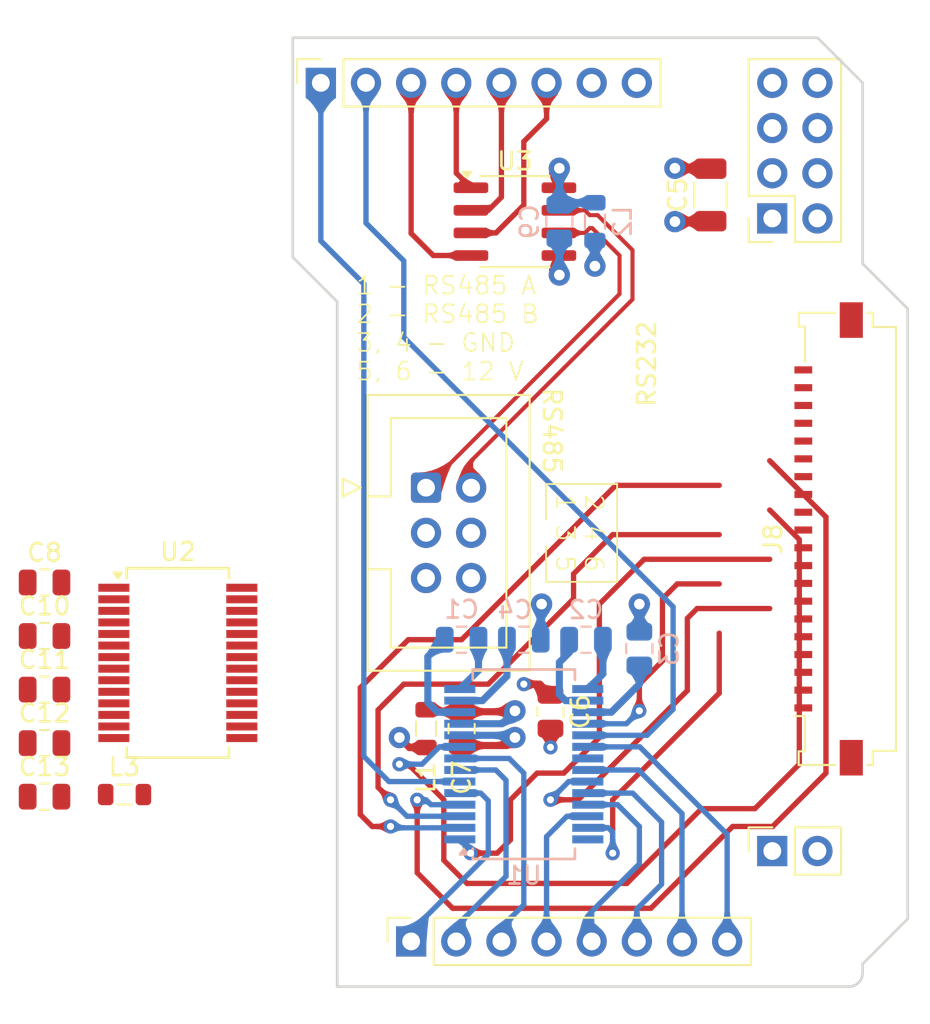
<source format=kicad_pcb>
(kicad_pcb (version 20240108) (generator "pcbnew") (generator_version "8.0")
  (title_block (date "mar. 31 mars 2015"))
  (layers (0 "F.Cu" signal) (1 "In1.Cu" power) (2 "In2.Cu" power) (31 "B.Cu" signal) (34 "B.Paste" user) (35 "F.Paste" user) (36 "B.SilkS" user "B.Silkscreen") (37 "F.SilkS" user "F.Silkscreen") (38 "B.Mask" user) (39 "F.Mask" user) (44 "Edge.Cuts" user))
  (net 0 "")
  (net 1 "GND")
  (net 2 "/26")
  (net 3 "/27")
  (net 4 "/24")
  (net 5 "/25")
  (net 6 "/22")
  (net 7 "/23")
  (net 8 "+5V")
  (net 9 "/A8")
  (net 10 "/A9")
  (net 11 "/A10")
  (net 12 "/A11")
  (net 13 "/A12")
  (net 14 "/A13")
  (net 15 "/A14")
  (net 16 "/A15")
  (net 17 "/TX3{slash}14")
  (net 18 "/RX3{slash}15")
  (net 19 "/TX2{slash}16")
  (net 20 "/RX2{slash}17")
  (net 21 "/TX1{slash}18")
  (net 22 "/RX1{slash}19")
  (net 23 "/SDA{slash}20")
  (net 24 "/SCL{slash}21")
  (net 25 "/RS232 Interface/C1-")
  (net 26 "/RS232 Interface/C1+")
  (net 27 "/RS232 Interface/V-")
  (net 28 "/RS232 Interface/C2+")
  (net 29 "/RS232 Interface/C2-")
  (net 30 "/RS232 Interface/V+")
  (net 31 "/RS232 Interface1/C1-")
  (net 32 "/RS232 Interface1/C1+")
  (net 33 "/RS232 Interface1/V-")
  (net 34 "/RS232 Interface1/C2-")
  (net 35 "/RS232 Interface1/C2+")
  (net 37 "/RS232 Interface1/V+")
  (net 38 "/RS232 Interface/DSR_LINE")
  (net 39 "/RS232 Interface/CTS_LINE")
  (net 40 "/RS485_N")
  (net 41 "/RS485_P")
  (net 42 "+5VD")
  (net 64 "unconnected-(J8-Pin_13-Pad13)")
  (net 66 "/RS232 Interface/RTS")
  (net 67 "/RS232 Interface/CTS")
  (net 68 "/RS232 Interface/DCD")
  (net 69 "/RS232 Interface/RI")
  (net 70 "/RS232 Interface/RTS_LINE")
  (net 71 "/RS232 Interface/TX")
  (net 72 "/RS232 Interface/DSR")
  (net 73 "/RS232 Interface/EN")
  (net 74 "/RS232 Interface/RX_LINE")
  (net 75 "/RS232 Interface/DTR_LINE")
  (net 76 "/RS232 Interface/DTR")
  (net 77 "/RS232 Interface/~{SHDN}")
  (net 78 "/RS232 Interface/DCD_LINE")
  (net 79 "/RS232 Interface/TX_LINE")
  (net 80 "/RS232 Interface/RX")
  (net 81 "/RS232 Interface/RI_LINE")
  (net 82 "/RS232 Interface1/EN")
  (net 83 "/RS232 Interface1/CTS_LINE")
  (net 84 "/RS232 Interface1/RX")
  (net 85 "/RS232 Interface1/~{SHDN}")
  (net 86 "/RS232 Interface1/TX_LINE")
  (net 87 "/RS232 Interface1/TX")
  (net 88 "/RS232 Interface1/DCD_LINE")
  (net 90 "/RS232 Interface1/RTS")
  (net 91 "/RS232 Interface1/DSR_LINE")
  (net 92 "/RS232 Interface1/CTS")
  (net 93 "/RS232 Interface1/DTR_LINE")
  (net 94 "/RS232 Interface1/RI_LINE")
  (net 95 "/RS232 Interface1/RTS_LINE")
  (net 97 "/RS232 Interface1/DSR")
  (net 98 "/RS232 Interface1/DTR")
  (net 99 "/RS232 Interface1/RI")
  (net 100 "/RS232 Interface1/RX_LINE")
  (net 101 "/RS232 Interface1/DCD")
  (footprint "Connector_PinSocket_2.54mm:PinSocket_1x08_P2.54mm_Vertical" (layer "F.Cu") (at 173.66 97.46 90)
    (property "Reference" "J5" (hide yes))
    (property "Value" "Analog")
    (pad "1" thru_hole rect (at 0 0 90) (size 1.7 1.7) (drill 1) (layers "*.Cu" "*.Mask") (net 9 "/A8"))
    (pad "2" thru_hole oval (at 0 2.54 90) (size 1.7 1.7) (drill 1) (layers "*.Cu" "*.Mask") (net 10 "/A9"))
    (pad "3" thru_hole oval (at 0 5.08 90) (size 1.7 1.7) (drill 1) (layers "*.Cu" "*.Mask") (net 11 "/A10"))
    (pad "4" thru_hole oval (at 0 7.62 90) (size 1.7 1.7) (drill 1) (layers "*.Cu" "*.Mask") (net 12 "/A11"))
    (pad "5" thru_hole oval (at 0 10.16 90) (size 1.7 1.7) (drill 1) (layers "*.Cu" "*.Mask") (net 13 "/A12"))
    (pad "6" thru_hole oval (at 0 12.7 90) (size 1.7 1.7) (drill 1) (layers "*.Cu" "*.Mask") (net 14 "/A13"))
    (pad "7" thru_hole oval (at 0 15.24 90) (size 1.7 1.7) (drill 1) (layers "*.Cu" "*.Mask") (net 15 "/A14"))
    (pad "8" thru_hole oval (at 0 17.78 90) (size 1.7 1.7) (drill 1) (layers "*.Cu" "*.Mask") (net 16 "/A15"))
  )
  (footprint "Connector_PinSocket_2.54mm:PinSocket_1x08_P2.54mm_Vertical" (layer "F.Cu") (at 168.58 49.2 90)
    (property "Reference" "J6" (hide yes))
    (property "Value" "Communication")
    (pad "1" thru_hole rect (at 0 0 90) (size 1.7 1.7) (drill 1) (layers "*.Cu" "*.Mask") (net 17 "/TX3{slash}14"))
    (pad "2" thru_hole oval (at 0 2.54 90) (size 1.7 1.7) (drill 1) (layers "*.Cu" "*.Mask") (net 18 "/RX3{slash}15"))
    (pad "3" thru_hole oval (at 0 5.08 90) (size 1.7 1.7) (drill 1) (layers "*.Cu" "*.Mask") (net 19 "/TX2{slash}16"))
    (pad "4" thru_hole oval (at 0 7.62 90) (size 1.7 1.7) (drill 1) (layers "*.Cu" "*.Mask") (net 20 "/RX2{slash}17"))
    (pad "5" thru_hole oval (at 0 10.16 90) (size 1.7 1.7) (drill 1) (layers "*.Cu" "*.Mask") (net 21 "/TX1{slash}18"))
    (pad "6" thru_hole oval (at 0 12.7 90) (size 1.7 1.7) (drill 1) (layers "*.Cu" "*.Mask") (net 22 "/RX1{slash}19"))
    (pad "7" thru_hole oval (at 0 15.24 90) (size 1.7 1.7) (drill 1) (layers "*.Cu" "*.Mask") (net 23 "/SDA{slash}20"))
    (pad "8" thru_hole oval (at 0 17.78 90) (size 1.7 1.7) (drill 1) (layers "*.Cu" "*.Mask") (net 24 "/SCL{slash}21"))
  )
  (footprint "Capacitor_SMD:C_0805_2012Metric" (layer "F.Cu") (at 181.5 84.55 -90)
    (property "Reference" "C6" (at 0 -1.68 90) (layer "F.SilkS"))
    (property "Value" "100nC")
    (pad "1" smd roundrect (at -0.95 0 270) (size 1 1.45) (layers "F.Cu" "F.Paste" "F.Mask") (net 8 "+5V"))
    (pad "2" smd roundrect (at 0.95 0 270) (size 1 1.45) (layers "F.Cu" "F.Paste" "F.Mask") (net 1 "GND"))
  )
  (footprint "Connector_FFC-FPC:Molex_200528-0200_1x20-1MP_P1.00mm_Horizontal" (layer "F.Cu") (at 196.635 74.835 90)
    (property "Reference" "J8" (at 0 -2.61 90) (layer "F.SilkS"))
    (property "Value" "Conn_01x20")
    (pad "1" smd rect (at -9.5 -0.91 90) (size 0.4 1) (layers "F.Cu" "F.Paste" "F.Mask"))
    (pad "2" smd rect (at -8.5 -0.91 90) (size 0.4 1) (layers "F.Cu" "F.Paste" "F.Mask"))
    (pad "3" smd rect (at -7.5 -0.91 90) (size 0.4 1) (layers "F.Cu" "F.Paste" "F.Mask"))
    (pad "4" smd rect (at -6.5 -0.91 90) (size 0.4 1) (layers "F.Cu" "F.Paste" "F.Mask"))
    (pad "5" smd rect (at -5.5 -0.91 90) (size 0.4 1) (layers "F.Cu" "F.Paste" "F.Mask"))
    (pad "6" smd rect (at -4.5 -0.91 90) (size 0.4 1) (layers "F.Cu" "F.Paste" "F.Mask"))
    (pad "7" smd rect (at -3.5 -0.91 90) (size 0.4 1) (layers "F.Cu" "F.Paste" "F.Mask"))
    (pad "8" smd rect (at -2.5 -0.91 90) (size 0.4 1) (layers "F.Cu" "F.Paste" "F.Mask"))
    (pad "9" smd rect (at -1.5 -0.91 90) (size 0.4 1) (layers "F.Cu" "F.Paste" "F.Mask"))
    (pad "10" smd rect (at -0.5 -0.91 90) (size 0.4 1) (layers "F.Cu" "F.Paste" "F.Mask"))
    (pad "11" smd rect (at 0.5 -0.91 90) (size 0.4 1) (layers "F.Cu" "F.Paste" "F.Mask"))
    (pad "12" smd rect (at 1.5 -0.91 90) (size 0.4 1) (layers "F.Cu" "F.Paste" "F.Mask"))
    (pad "13" smd rect (at 2.5 -0.91 90) (size 0.4 1) (layers "F.Cu" "F.Paste" "F.Mask") (net 64 "unconnected-(J8-Pin_13-Pad13)"))
    (pad "14" smd rect (at 3.5 -0.91 90) (size 0.4 1) (layers "F.Cu" "F.Paste" "F.Mask"))
    (pad "15" smd rect (at 4.5 -0.91 90) (size 0.4 1) (layers "F.Cu" "F.Paste" "F.Mask"))
    (pad "16" smd rect (at 5.5 -0.91 90) (size 0.4 1) (layers "F.Cu" "F.Paste" "F.Mask"))
    (pad "17" smd rect (at 6.5 -0.91 90) (size 0.4 1) (layers "F.Cu" "F.Paste" "F.Mask"))
    (pad "18" smd rect (at 7.5 -0.91 90) (size 0.4 1) (layers "F.Cu" "F.Paste" "F.Mask"))
    (pad "19" smd rect (at 8.5 -0.91 90) (size 0.4 1) (layers "F.Cu" "F.Paste" "F.Mask"))
    (pad "20" smd rect (at 9.5 -0.91 90) (size 0.4 1) (layers "F.Cu" "F.Paste" "F.Mask"))
    (pad "MP" smd rect (at -12.3 1.79 90) (size 2 1.3) (layers "F.Cu" "F.Paste" "F.Mask"))
    (pad "MP" smd rect (at 12.3 1.79 90) (size 2 1.3) (layers "F.Cu" "F.Paste" "F.Mask"))
  )
  (footprint "Connector_PinSocket_2.54mm:PinSocket_1x02_P2.54mm_Vertical" (layer "F.Cu") (at 193.98 92.38 90)
    (property "Reference" "J2" (hide yes))
    (property "Value" "Digital")
    (pad "1" thru_hole rect (at 0 0 90) (size 1.7 1.7) (drill 1) (layers "*.Cu" "*.Mask") (net 1 "GND"))
    (pad "2" thru_hole oval (at 0 2.54 90) (size 1.7 1.7) (drill 1) (layers "*.Cu" "*.Mask") (net 1 "GND"))
  )
  (footprint "Arduino_MountingHole:MountingHole_3.2mm" (layer "F.Cu") (at 196.52 97.46)
    (property "Reference" "MH6" (hide yes))
    (property "Value" "MountingHole_3.2mm" (hide yes))
    (pad "" np_thru_hole circle (at 0 0) (size 3.2 3.2) (drill 3.2) (layers "*.Cu" "*.Mask"))
  )
  (footprint "Connector_PinSocket_2.54mm:PinSocket_2x04_P2.54mm_Vertical" (layer "F.Cu") (at 193.98 56.82 180)
    (property "Reference" "J4" (hide yes))
    (property "Value" "Digital")
    (pad "1" thru_hole rect (at 0 0 180) (size 1.7 1.7) (drill 1) (layers "*.Cu" "*.Mask") (net 2 "/26"))
    (pad "2" thru_hole oval (at -2.54 0 180) (size 1.7 1.7) (drill 1) (layers "*.Cu" "*.Mask") (net 3 "/27"))
    (pad "3" thru_hole oval (at 0 2.54 180) (size 1.7 1.7) (drill 1) (layers "*.Cu" "*.Mask") (net 4 "/24"))
    (pad "4" thru_hole oval (at -2.54 2.54 180) (size 1.7 1.7) (drill 1) (layers "*.Cu" "*.Mask") (net 5 "/25"))
    (pad "5" thru_hole oval (at 0 5.08 180) (size 1.7 1.7) (drill 1) (layers "*.Cu" "*.Mask") (net 6 "/22"))
    (pad "6" thru_hole oval (at -2.54 5.08 180) (size 1.7 1.7) (drill 1) (layers "*.Cu" "*.Mask") (net 7 "/23"))
    (pad "7" thru_hole oval (at 0 7.62 180) (size 1.7 1.7) (drill 1) (layers "*.Cu" "*.Mask") (net 8 "+5V"))
    (pad "8" thru_hole oval (at -2.54 7.62 180) (size 1.7 1.7) (drill 1) (layers "*.Cu" "*.Mask") (net 8 "+5V"))
  )
  (footprint "Capacitor_SMD:C_0805_2012Metric" (layer "F.Cu") (at 153.035 80.295)
    (property "Reference" "C10" (at 0 -1.68 0) (layer "F.SilkS"))
    (property "Value" "100nC")
    (pad "1" smd roundrect (at -0.95 0) (size 1 1.45) (layers "F.Cu" "F.Paste" "F.Mask") (net 33 "/RS232 Interface1/V-"))
    (pad "2" smd roundrect (at 0.95 0) (size 1 1.45) (layers "F.Cu" "F.Paste" "F.Mask") (net 1 "GND"))
  )
  (footprint "Package_SO:SOIC-8_3.9x4.9mm_P1.27mm" (layer "F.Cu") (at 179.5 57)
    (property "Reference" "U3" (at 0 -3.4 0) (layer "F.SilkS"))
    (property "Value" "ST485E")
    (pad "1" smd roundrect (at -2.475 -1.905) (size 1.95 0.6) (layers "F.Cu" "F.Paste" "F.Mask") (net 20 "/RX2{slash}17"))
    (pad "2" smd roundrect (at -2.475 -0.635) (size 1.95 0.6) (layers "F.Cu" "F.Paste" "F.Mask") (net 21 "/TX1{slash}18"))
    (pad "3" smd roundrect (at -2.475 0.635) (size 1.95 0.6) (layers "F.Cu" "F.Paste" "F.Mask") (net 22 "/RX1{slash}19"))
    (pad "4" smd roundrect (at -2.475 1.905) (size 1.95 0.6) (layers "F.Cu" "F.Paste" "F.Mask") (net 19 "/TX2{slash}16"))
    (pad "5" smd roundrect (at 2.475 1.905) (size 1.95 0.6) (layers "F.Cu" "F.Paste" "F.Mask") (net 1 "GND"))
    (pad "6" smd roundrect (at 2.475 0.635) (size 1.95 0.6) (layers "F.Cu" "F.Paste" "F.Mask") (net 41 "/RS485_P"))
    (pad "7" smd roundrect (at 2.475 -0.635) (size 1.95 0.6) (layers "F.Cu" "F.Paste" "F.Mask") (net 40 "/RS485_N"))
    (pad "8" smd roundrect (at 2.475 -1.905) (size 1.95 0.6) (layers "F.Cu" "F.Paste" "F.Mask") (net 42 "+5VD"))
  )
  (footprint "Capacitor_SMD:C_0805_2012Metric" (layer "F.Cu") (at 153.035 77.285)
    (property "Reference" "C8" (at 0 -1.68 0) (layer "F.SilkS"))
    (property "Value" "100nC")
    (pad "1" smd roundrect (at -0.95 0) (size 1 1.45) (layers "F.Cu" "F.Paste" "F.Mask") (net 32 "/RS232 Interface1/C1+"))
    (pad "2" smd roundrect (at 0.95 0) (size 1 1.45) (layers "F.Cu" "F.Paste" "F.Mask") (net 31 "/RS232 Interface1/C1-"))
  )
  (footprint "Capacitor_SMD:C_0805_2012Metric" (layer "F.Cu") (at 153.035 89.325)
    (property "Reference" "C13" (at 0 -1.68 0) (layer "F.SilkS"))
    (property "Value" "100nC")
    (pad "1" smd roundrect (at -0.95 0) (size 1 1.45) (layers "F.Cu" "F.Paste" "F.Mask") (net 42 "+5VD"))
    (pad "2" smd roundrect (at 0.95 0) (size 1 1.45) (layers "F.Cu" "F.Paste" "F.Mask") (net 1 "GND"))
  )
  (footprint "Capacitor_SMD:C_0805_2012Metric" (layer "F.Cu") (at 153.035 83.305)
    (property "Reference" "C11" (at 0 -1.68 0) (layer "F.SilkS"))
    (property "Value" "100nC")
    (pad "1" smd roundrect (at -0.95 0) (size 1 1.45) (layers "F.Cu" "F.Paste" "F.Mask") (net 35 "/RS232 Interface1/C2+"))
    (pad "2" smd roundrect (at 0.95 0) (size 1 1.45) (layers "F.Cu" "F.Paste" "F.Mask") (net 34 "/RS232 Interface1/C2-"))
  )
  (footprint "Capacitor_SMD:C_1206_3216Metric" (layer "F.Cu") (at 190.5 55.5 90)
    (property "Reference" "C5" (at 0 -1.85 90) (layer "F.SilkS"))
    (property "Value" "10uC")
    (pad "1" smd roundrect (at -1.475 0 90) (size 1.15 1.8) (layers "F.Cu" "F.Paste" "F.Mask") (roundrect_rratio 0.217391) (net 8 "+5V"))
    (pad "2" smd roundrect (at 1.475 0 90) (size 1.15 1.8) (layers "F.Cu" "F.Paste" "F.Mask") (roundrect_rratio 0.217391) (net 1 "GND"))
  )
  (footprint "Inductor_SMD:L_0805_2012Metric" (layer "F.Cu") (at 174.5 85.5 90)
    (property "Reference" "L1" (at -2.75 0 90) (layer "F.SilkS"))
    (property "Value" "10uL")
    (pad "1" smd roundrect (at -1.0625 0 90) (size 0.875 1.2) (layers "F.Cu" "F.Paste" "F.Mask") (net 8 "+5V"))
    (pad "2" smd roundrect (at 1.0625 0 90) (size 0.875 1.2) (layers "F.Cu" "F.Paste" "F.Mask") (net 42 "+5VD"))
  )
  (footprint "Connector_IDC:IDC-Header_2x03_P2.54mm_Vertical" (layer "F.Cu") (at 174.4975 71.955)
    (property "Reference" "J7" (hide yes))
    (property "Value" "RS485")
    (pad "1" thru_hole roundrect (at 0 0) (size 1.7 1.7) (drill 1) (layers "*.Cu" "*.Mask") (roundrect_rratio 0.147059) (net 41 "/RS485_P"))
    (pad "2" thru_hole circle (at 2.54 0) (size 1.7 1.7) (drill 1) (layers "*.Cu" "*.Mask") (net 40 "/RS485_N"))
    (pad "3" thru_hole circle (at 0 2.54) (size 1.7 1.7) (drill 1) (layers "*.Cu" "*.Mask") (net 1 "GND"))
    (pad "4" thru_hole circle (at 2.54 2.54) (size 1.7 1.7) (drill 1) (layers "*.Cu" "*.Mask") (net 1 "GND"))
    (pad "5" thru_hole circle (at 0 5.08) (size 1.7 1.7) (drill 1) (layers "*.Cu" "*.Mask"))
    (pad "6" thru_hole circle (at 2.54 5.08) (size 1.7 1.7) (drill 1) (layers "*.Cu" "*.Mask"))
  )
  (footprint "Capacitor_SMD:C_0805_2012Metric" (layer "F.Cu") (at 176.5 85.5 -90)
    (property "Reference" "C7" (at 2.75 0 90) (layer "F.SilkS"))
    (property "Value" "100nC")
    (pad "1" smd roundrect (at -0.95 0 270) (size 1 1.45) (layers "F.Cu" "F.Paste" "F.Mask") (net 42 "+5VD"))
    (pad "2" smd roundrect (at 0.95 0 270) (size 1 1.45) (layers "F.Cu" "F.Paste" "F.Mask") (net 1 "GND"))
  )
  (footprint "Package_SO:SSOP-28_5.3x10.2mm_P0.65mm" (layer "F.Cu") (at 160.535 81.805)
    (property "Reference" "U2" (at 0 -6.25 0) (layer "F.SilkS"))
    (property "Value" "SP213")
    (pad "1" smd rect (at -3.6 -4.225) (size 1.75 0.45) (layers "F.Cu" "F.Paste" "F.Mask") (net 95 "/RS232 Interface1/RTS_LINE"))
    (pad "2" smd rect (at -3.6 -3.575) (size 1.75 0.45) (layers "F.Cu" "F.Paste" "F.Mask") (net 93 "/RS232 Interface1/DTR_LINE"))
    (pad "3" smd rect (at -3.6 -2.925) (size 1.75 0.45) (layers "F.Cu" "F.Paste" "F.Mask") (net 86 "/RS232 Interface1/TX_LINE"))
    (pad "4" smd rect (at -3.6 -2.275) (size 1.75 0.45) (layers "F.Cu" "F.Paste" "F.Mask") (net 94 "/RS232 Interface1/RI_LINE"))
    (pad "5" smd rect (at -3.6 -1.625) (size 1.75 0.45) (layers "F.Cu" "F.Paste" "F.Mask") (net 99 "/RS232 Interface1/RI"))
    (pad "6" smd rect (at -3.6 -0.975) (size 1.75 0.45) (layers "F.Cu" "F.Paste" "F.Mask") (net 87 "/RS232 Interface1/TX"))
    (pad "7" smd rect (at -3.6 -0.325) (size 1.75 0.45) (layers "F.Cu" "F.Paste" "F.Mask") (net 98 "/RS232 Interface1/DTR"))
    (pad "8" smd rect (at -3.6 0.325) (size 1.75 0.45) (layers "F.Cu" "F.Paste" "F.Mask") (net 92 "/RS232 Interface1/CTS"))
    (pad "9" smd rect (at -3.6 0.975) (size 1.75 0.45) (layers "F.Cu" "F.Paste" "F.Mask") (net 83 "/RS232 Interface1/CTS_LINE"))
    (pad "10" smd rect (at -3.6 1.625) (size 1.75 0.45) (layers "F.Cu" "F.Paste" "F.Mask") (net 1 "GND"))
    (pad "11" smd rect (at -3.6 2.275) (size 1.75 0.45) (layers "F.Cu" "F.Paste" "F.Mask") (net 42 "+5VD"))
    (pad "12" smd rect (at -3.6 2.925) (size 1.75 0.45) (layers "F.Cu" "F.Paste" "F.Mask") (net 32 "/RS232 Interface1/C1+"))
    (pad "13" smd rect (at -3.6 3.575) (size 1.75 0.45) (layers "F.Cu" "F.Paste" "F.Mask") (net 37 "/RS232 Interface1/V+"))
    (pad "14" smd rect (at -3.6 4.225) (size 1.75 0.45) (layers "F.Cu" "F.Paste" "F.Mask") (net 31 "/RS232 Interface1/C1-"))
    (pad "15" smd rect (at 3.6 4.225) (size 1.75 0.45) (layers "F.Cu" "F.Paste" "F.Mask") (net 35 "/RS232 Interface1/C2+"))
    (pad "16" smd rect (at 3.6 3.575) (size 1.75 0.45) (layers "F.Cu" "F.Paste" "F.Mask") (net 34 "/RS232 Interface1/C2-"))
    (pad "17" smd rect (at 3.6 2.925) (size 1.75 0.45) (layers "F.Cu" "F.Paste" "F.Mask") (net 33 "/RS232 Interface1/V-"))
    (pad "18" smd rect (at 3.6 2.275) (size 1.75 0.45) (layers "F.Cu" "F.Paste" "F.Mask") (net 100 "/RS232 Interface1/RX_LINE"))
    (pad "19" smd rect (at 3.6 1.625) (size 1.75 0.45) (layers "F.Cu" "F.Paste" "F.Mask") (net 84 "/RS232 Interface1/RX"))
    (pad "20" smd rect (at 3.6 0.975) (size 1.75 0.45) (layers "F.Cu" "F.Paste" "F.Mask") (net 90 "/RS232 Interface1/RTS"))
    (pad "21" smd rect (at 3.6 0.325) (size 1.75 0.45) (layers "F.Cu" "F.Paste" "F.Mask"))
    (pad "22" smd rect (at 3.6 -0.325) (size 1.75 0.45) (layers "F.Cu" "F.Paste" "F.Mask") (net 97 "/RS232 Interface1/DSR"))
    (pad "23" smd rect (at 3.6 -0.975) (size 1.75 0.45) (layers "F.Cu" "F.Paste" "F.Mask") (net 91 "/RS232 Interface1/DSR_LINE"))
    (pad "24" smd rect (at 3.6 -1.625) (size 1.75 0.45) (layers "F.Cu" "F.Paste" "F.Mask") (net 82 "/RS232 Interface1/EN"))
    (pad "25" smd rect (at 3.6 -2.275) (size 1.75 0.45) (layers "F.Cu" "F.Paste" "F.Mask") (net 85 "/RS232 Interface1/~{SHDN}"))
    (pad "26" smd rect (at 3.6 -2.925) (size 1.75 0.45) (layers "F.Cu" "F.Paste" "F.Mask") (net 101 "/RS232 Interface1/DCD"))
    (pad "27" smd rect (at 3.6 -3.575) (size 1.75 0.45) (layers "F.Cu" "F.Paste" "F.Mask") (net 88 "/RS232 Interface1/DCD_LINE"))
    (pad "28" smd rect (at 3.6 -4.225) (size 1.75 0.45) (layers "F.Cu" "F.Paste" "F.Mask"))
  )
  (footprint "Capacitor_SMD:C_0805_2012Metric" (layer "F.Cu") (at 153.035 86.315)
    (property "Reference" "C12" (at 0 -1.68 0) (layer "F.SilkS"))
    (property "Value" "100nC")
    (pad "1" smd roundrect (at -0.95 0) (size 1 1.45) (layers "F.Cu" "F.Paste" "F.Mask") (net 8 "+5V"))
    (pad "2" smd roundrect (at 0.95 0) (size 1 1.45) (layers "F.Cu" "F.Paste" "F.Mask") (net 37 "/RS232 Interface1/V+"))
  )
  (footprint "Inductor_SMD:L_0805_2012Metric" (layer "F.Cu") (at 157.535 89.205)
    (property "Reference" "L3" (at 0 -1.55 0) (layer "F.SilkS"))
    (property "Value" "10uL")
    (pad "1" smd roundrect (at -1.0625 0) (size 0.875 1.2) (layers "F.Cu" "F.Paste" "F.Mask") (net 8 "+5V"))
    (pad "2" smd roundrect (at 1.0625 0) (size 0.875 1.2) (layers "F.Cu" "F.Paste" "F.Mask") (net 42 "+5VD"))
  )
  (footprint "Arduino_MountingHole:MountingHole_3.2mm" (layer "F.Cu") (at 190.17 49.2)
    (property "Reference" "MH5" (hide yes))
    (property "Value" "MountingHole_3.2mm" (hide yes))
    (pad "" np_thru_hole circle (at 0 0) (size 3.2 3.2) (drill 3.2) (layers "*.Cu" "*.Mask"))
  )
  (footprint "Capacitor_SMD:C_0805_2012Metric" (layer "B.Cu") (at 186.5 81 90)
    (property "Reference" "C3" (at 0 1.68 90) (layer "B.SilkS") (effects (justify mirror)))
    (property "Value" "100nC")
    (pad "1" smd roundrect (at -0.95 0 90) (size 1 1.45) (layers "B.Cu" "B.Paste" "B.Mask") (net 28 "/RS232 Interface/C2+"))
    (pad "2" smd roundrect (at 0.95 0 90) (size 1 1.45) (layers "B.Cu" "B.Paste" "B.Mask") (net 29 "/RS232 Interface/C2-"))
  )
  (footprint "Capacitor_SMD:C_0805_2012Metric" (layer "B.Cu") (at 183.5 80.5 180)
    (property "Reference" "C2" (at 0 1.68 0) (layer "B.SilkS") (effects (justify mirror)))
    (property "Value" "100nC")
    (pad "1" smd roundrect (at -0.95 0 180) (size 1 1.45) (layers "B.Cu" "B.Paste" "B.Mask") (net 27 "/RS232 Interface/V-"))
    (pad "2" smd roundrect (at 0.95 0 180) (size 1 1.45) (layers "B.Cu" "B.Paste" "B.Mask") (net 1 "GND"))
  )
  (footprint "Capacitor_SMD:C_0805_2012Metric" (layer "B.Cu") (at 182 57 -90)
    (property "Reference" "C9" (at 0 1.68 90) (layer "B.SilkS") (effects (justify mirror)))
    (property "Value" "100nC")
    (pad "1" smd roundrect (at -0.95 0 270) (size 1 1.45) (layers "B.Cu" "B.Paste" "B.Mask") (net 42 "+5VD"))
    (pad "2" smd roundrect (at 0.95 0 270) (size 1 1.45) (layers "B.Cu" "B.Paste" "B.Mask") (net 1 "GND"))
  )
  (footprint "Capacitor_SMD:C_0805_2012Metric" (layer "B.Cu") (at 180 80.5 180)
    (property "Reference" "C4" (at 0.5 1.68 0) (layer "B.SilkS") (effects (justify mirror)))
    (property "Value" "100nC")
    (pad "1" smd roundrect (at -0.95 0 180) (size 1 1.45) (layers "B.Cu" "B.Paste" "B.Mask") (net 8 "+5V"))
    (pad "2" smd roundrect (at 0.95 0 180) (size 1 1.45) (layers "B.Cu" "B.Paste" "B.Mask") (net 30 "/RS232 Interface/V+"))
  )
  (footprint "Capacitor_SMD:C_0805_2012Metric" (layer "B.Cu") (at 176.5 80.5)
    (property "Reference" "C1" (at 0 -1.7 0) (layer "B.SilkS") (effects (justify mirror)))
    (property "Value" "100nC")
    (pad "1" smd roundrect (at -0.95 0) (size 1 1.45) (layers "B.Cu" "B.Paste" "B.Mask") (net 26 "/RS232 Interface/C1+"))
    (pad "2" smd roundrect (at 0.95 0) (size 1 1.45) (layers "B.Cu" "B.Paste" "B.Mask") (net 25 "/RS232 Interface/C1-"))
  )
  (footprint "Package_SO:SSOP-28_5.3x10.2mm_P0.65mm" (layer "B.Cu") (at 180 87.5)
    (property "Reference" "U1" (at 0 6.25 0) (layer "B.SilkS") (effects (justify mirror)))
    (property "Value" "SP213")
    (pad "1" smd rect (at -3.6 4.225) (size 1.75 0.45) (layers "B.Cu" "B.Paste" "B.Mask") (net 70 "/RS232 Interface/RTS_LINE"))
    (pad "2" smd rect (at -3.6 3.575) (size 1.75 0.45) (layers "B.Cu" "B.Paste" "B.Mask") (net 75 "/RS232 Interface/DTR_LINE"))
    (pad "3" smd rect (at -3.6 2.925) (size 1.75 0.45) (layers "B.Cu" "B.Paste" "B.Mask") (net 79 "/RS232 Interface/TX_LINE"))
    (pad "4" smd rect (at -3.6 2.275) (size 1.75 0.45) (layers "B.Cu" "B.Paste" "B.Mask") (net 81 "/RS232 Interface/RI_LINE"))
    (pad "5" smd rect (at -3.6 1.625) (size 1.75 0.45) (layers "B.Cu" "B.Paste" "B.Mask") (net 69 "/RS232 Interface/RI"))
    (pad "6" smd rect (at -3.6 0.975) (size 1.75 0.45) (layers "B.Cu" "B.Paste" "B.Mask") (net 71 "/RS232 Interface/TX"))
    (pad "7" smd rect (at -3.6 0.325) (size 1.75 0.45) (layers "B.Cu" "B.Paste" "B.Mask") (net 76 "/RS232 Interface/DTR"))
    (pad "8" smd rect (at -3.6 -0.325) (size 1.75 0.45) (layers "B.Cu" "B.Paste" "B.Mask") (net 67 "/RS232 Interface/CTS"))
    (pad "9" smd rect (at -3.6 -0.975) (size 1.75 0.45) (layers "B.Cu" "B.Paste" "B.Mask") (net 39 "/RS232 Interface/CTS_LINE"))
    (pad "10" smd rect (at -3.6 -1.625) (size 1.75 0.45) (layers "B.Cu" "B.Paste" "B.Mask") (net 1 "GND"))
    (pad "11" smd rect (at -3.6 -2.275) (size 1.75 0.45) (layers "B.Cu" "B.Paste" "B.Mask") (net 42 "+5VD"))
    (pad "12" smd rect (at -3.6 -2.925) (size 1.75 0.45) (layers "B.Cu" "B.Paste" "B.Mask") (net 26 "/RS232 Interface/C1+"))
    (pad "13" smd rect (at -3.6 -3.575) (size 1.75 0.45) (layers "B.Cu" "B.Paste" "B.Mask") (net 30 "/RS232 Interface/V+"))
    (pad "14" smd rect (at -3.6 -4.225) (size 1.75 0.45) (layers "B.Cu" "B.Paste" "B.Mask") (net 25 "/RS232 Interface/C1-"))
    (pad "15" smd rect (at 3.6 -4.225) (size 1.75 0.45) (layers "B.Cu" "B.Paste" "B.Mask") (net 28 "/RS232 Interface/C2+"))
    (pad "16" smd rect (at 3.6 -3.575) (size 1.75 0.45) (layers "B.Cu" "B.Paste" "B.Mask") (net 29 "/RS232 Interface/C2-"))
    (pad "17" smd rect (at 3.6 -2.925) (size 1.75 0.45) (layers "B.Cu" "B.Paste" "B.Mask") (net 27 "/RS232 Interface/V-"))
    (pad "18" smd rect (at 3.6 -2.275) (size 1.75 0.45) (layers "B.Cu" "B.Paste" "B.Mask") (net 74 "/RS232 Interface/RX_LINE"))
    (pad "19" smd rect (at 3.6 -1.625) (size 1.75 0.45) (layers "B.Cu" "B.Paste" "B.Mask") (net 80 "/RS232 Interface/RX"))
    (pad "20" smd rect (at 3.6 -0.975) (size 1.75 0.45) (layers "B.Cu" "B.Paste" "B.Mask") (net 66 "/RS232 Interface/RTS"))
    (pad "21" smd rect (at 3.6 -0.325) (size 1.75 0.45) (layers "B.Cu" "B.Paste" "B.Mask"))
    (pad "22" smd rect (at 3.6 0.325) (size 1.75 0.45) (layers "B.Cu" "B.Paste" "B.Mask") (net 72 "/RS232 Interface/DSR"))
    (pad "23" smd rect (at 3.6 0.975) (size 1.75 0.45) (layers "B.Cu" "B.Paste" "B.Mask") (net 38 "/RS232 Interface/DSR_LINE"))
    (pad "24" smd rect (at 3.6 1.625) (size 1.75 0.45) (layers "B.Cu" "B.Paste" "B.Mask") (net 73 "/RS232 Interface/EN"))
    (pad "25" smd rect (at 3.6 2.275) (size 1.75 0.45) (layers "B.Cu" "B.Paste" "B.Mask") (net 77 "/RS232 Interface/~{SHDN}"))
    (pad "26" smd rect (at 3.6 2.925) (size 1.75 0.45) (layers "B.Cu" "B.Paste" "B.Mask") (net 68 "/RS232 Interface/DCD"))
    (pad "27" smd rect (at 3.6 3.575) (size 1.75 0.45) (layers "B.Cu" "B.Paste" "B.Mask") (net 78 "/RS232 Interface/DCD_LINE"))
    (pad "28" smd rect (at 3.6 4.225) (size 1.75 0.45) (layers "B.Cu" "B.Paste" "B.Mask"))
  )
  (footprint "Inductor_SMD:L_0805_2012Metric" (layer "B.Cu") (at 184 57 90)
    (property "Reference" "L2" (at 0 1.55 90) (layer "B.SilkS") (effects (justify mirror)))
    (property "Value" "10uL")
    (pad "1" smd roundrect (at -1.0625 0 90) (size 0.875 1.2) (layers "B.Cu" "B.Paste" "B.Mask") (net 8 "+5V"))
    (pad "2" smd roundrect (at 1.0625 0 90) (size 0.875 1.2) (layers "B.Cu" "B.Paste" "B.Mask") (net 42 "+5VD"))
  )
  (gr_line (start 185.25 77.25) (end 181.25 77.25) (stroke (width 0.1)) (layer "F.SilkS"))
  (gr_line (start 181.25 71.75) (end 185.25 71.75) (stroke (width 0.1)) (layer "F.SilkS"))
  (gr_line (start 181.25 73.75) (end 181.25 71.75) (stroke (width 0.1)) (layer "F.SilkS"))
  (gr_line (start 185.25 71.75) (end 185.25 77.25) (stroke (width 0.1)) (layer "F.SilkS"))
  (gr_line (start 181.25 77.25) (end 181.25 75.25) (stroke (width 0.1)) (layer "F.SilkS"))
  (gr_line (start 169.5 61.5) (end 169.5 100) (stroke (width 0.15)) (layer "Edge.Cuts"))
  (gr_line (start 199.06 59.36) (end 201.6 61.9) (stroke (width 0.15)) (layer "Edge.Cuts"))
  (gr_line (start 201.6 61.9) (end 201.6 96.19) (stroke (width 0.15)) (layer "Edge.Cuts"))
  (gr_line (start 167 46.66) (end 167 59) (stroke (width 0.15)) (layer "Edge.Cuts"))
  (gr_line (start 198.298 100) (end 169.5 100) (stroke (width 0.15)) (layer "Edge.Cuts"))
  (gr_line (start 167 46.66) (end 196.52 46.66) (stroke (width 0.15)) (layer "Edge.Cuts"))
  (gr_line (start 201.6 96.19) (end 199.06 98.73) (stroke (width 0.15)) (layer "Edge.Cuts"))
  (gr_line (start 196.52 46.66) (end 199.06 49.2) (stroke (width 0.15)) (layer "Edge.Cuts"))
  (gr_arc (start 199.06 99.238) (mid 198.836815 99.776815) (end 198.298 100) (stroke (width 0.15)) (layer "Edge.Cuts"))
  (gr_line (start 167 59) (end 169.5 61.5) (stroke (width 0.15)) (layer "Edge.Cuts"))
  (gr_line (start 199.06 49.2) (end 199.06 59.36) (stroke (width 0.15)) (layer "Edge.Cuts"))
  (gr_line (start 199.06 98.73) (end 199.06 99.238) (stroke (width 0.15)) (layer "Edge.Cuts"))
  (gr_text "RS232" (at 187.5 67.5 90) (layer "F.SilkS") (effects (font (size 1 1)) (justify left bottom)))
  (gr_text "RS485" (at 181 66.25 -90) (layer "F.SilkS") (effects (font (size 1 1)) (justify left bottom)))
  (gr_text "1 - RS485 A\n2 - RS485 B\n3, 4 - GND\n5, 6 - 12 V" (at 170.5 66 0) (layer "F.SilkS") (effects (font (size 1 1) (thickness 0.1)) (justify left bottom)))
  (gr_text "2 4 6\n1 3 5" (at 181.75 72.25 -90) (layer "F.SilkS") (effects (font (size 1 1) (thickness 0.1)) (justify left bottom)))
  (segment (start 193 90) (end 195.5 87.5) (width 0.3) (layer "F.Cu") (net 0))
  (segment (start 173.5 87.5) (end 175.5 89.5) (width 0.3) (layer "F.Cu") (net 0))
  (segment (start 195.5 87.5) (end 195.5 74.875331) (width 0.3) (layer "F.Cu") (net 0))
  (segment (start 195.5 74.875331) (end 193.834669 73.21) (width 0.3) (layer "F.Cu") (net 0))
  (segment (start 185.8 94.2) (end 190 90) (width 0.3) (layer "F.Cu") (net 0))
  (segment (start 173 87.5) (end 173.5 87.5) (width 0.3) (layer "F.Cu") (net 0))
  (segment (start 176.8 94.2) (end 185.8 94.2) (width 0.3) (layer "F.Cu") (net 0))
  (segment (start 175.5 89.5) (end 175.5 92.9) (width 0.3) (layer "F.Cu") (net 0))
  (segment (start 175.5 92.9) (end 176.8 94.2) (width 0.3) (layer "F.Cu") (net 0))
  (segment (start 190 90) (end 193 90) (width 0.3) (layer "F.Cu") (net 0))
  (segment (start 174.275 87.5) (end 175.25 86.525) (width 0.3) (layer "B.Cu") (net 0))
  (segment (start 186.5 83) (end 184.925 84.575) (width 0.4) (layer "B.Cu") (net 0))
  (segment (start 175.25 86.525) (end 176.4 86.525) (width 0.3) (layer "B.Cu") (net 0))
  (segment (start 186.5 81.95) (end 186.5 83) (width 0.4) (layer "B.Cu") (net 0))
  (segment (start 173 87.5) (end 174.275 87.5) (width 0.3) (layer "B.Cu") (net 0))
  (segment (start 184.45 82.425) (end 183.6 83.275) (width 0.4) (layer "B.Cu") (net 0))
  (segment (start 184.925 84.575) (end 183.6 84.575) (width 0.4) (layer "B.Cu") (net 0))
  (segment (start 184.45 80.5) (end 184.45 82.425) (width 0.4) (layer "B.Cu") (net 0))
  (segment (start 182 58.93) (end 181.975 58.905) (width 0.3) (layer "F.Cu") (net 1))
  (segment (start 179.5 86) (end 179.05 86.45) (width 0.4) (layer "F.Cu") (net 1))
  (segment (start 188.5 54) (end 190.475 54) (width 0.4) (layer "F.Cu") (net 1))
  (segment (start 190.475 54) (end 190.5 54.025) (width 0.4) (layer "F.Cu") (net 1))
  (segment (start 181.975 58.905) (end 181.975 59.975) (width 0.3) (layer "F.Cu") (net 1))
  (segment (start 179.05 86.45) (end 176.5 86.45) (width 0.4) (layer "F.Cu") (net 1))
  (segment (start 181.5 86.55) (end 181.5 85.5) (width 0.4) (layer "F.Cu") (net 1))
  (segment (start 181.975 59.975) (end 182 60) (width 0.3) (layer "F.Cu") (net 1))
  (via (at 179.5 86) (size 1.2) (drill 0.6) (layers "F.Cu" "B.Cu") (net 1))
  (via (at 182 60) (size 1.2) (drill 0.6) (layers "F.Cu" "B.Cu") (net 1))
  (via (at 186.5 78.5) (size 1.2) (drill 0.6) (layers "F.Cu" "B.Cu") (net 1))
  (via (at 188.5 54) (size 1.2) (drill 0.6) (layers "F.Cu" "B.Cu") (net 1))
  (via (at 181.5 86.55) (size 0.8) (drill 0.4) (layers "F.Cu" "B.Cu") (net 1))
  (segment (start 182.55 80.5) (end 182.55 81.225) (width 0.4) (layer "B.Cu") (net 1))
  (segment (start 182 60) (end 182 57.95) (width 0.4) (layer "B.Cu") (net 1))
  (segment (start 182 83.575) (end 182.35 83.925) (width 0.4) (layer "B.Cu") (net 1))
  (segment (start 179.5 86) (end 179.375 85.875) (width 0.4) (layer "B.Cu") (net 1))
  (segment (start 182.35 83.925) (end 183.6 83.925) (width 0.4) (layer "B.Cu") (net 1))
  (segment (start 179.375 85.875) (end 176.4 85.875) (width 0.4) (layer "B.Cu") (net 1))
  (segment (start 182.55 81.225) (end 182 81.775) (width 0.4) (layer "B.Cu") (net 1))
  (segment (start 182 81.775) (end 182 83.575) (width 0.4) (layer "B.Cu") (net 1))
  (segment (start 173.5625 86.5625) (end 174.5 86.5625) (width 0.4) (layer "F.Cu") (net 8))
  (segment (start 188.5 57) (end 190.475 57) (width 0.4) (layer "F.Cu") (net 8))
  (segment (start 180.9 83) (end 181.5 83.6) (width 0.4) (layer "F.Cu") (net 8))
  (segment (start 190.475 57) (end 190.5 56.975) (width 0.4) (layer "F.Cu") (net 8))
  (segment (start 173 86) (end 173.5625 86.5625) (width 0.4) (layer "F.Cu") (net 8))
  (segment (start 180 83) (end 180.9 83) (width 0.4) (layer "F.Cu") (net 8))
  (via (at 188.5 57) (size 1.2) (drill 0.6) (layers "F.Cu" "B.Cu") (net 8))
  (via (at 184 59.5) (size 1.2) (drill 0.6) (layers "F.Cu" "B.Cu") (net 8))
  (via (at 181 78.5) (size 1.2) (drill 0.6) (layers "F.Cu" "B.Cu") (net 8))
  (via (at 173 86) (size 1.2) (drill 0.6) (layers "F.Cu" "B.Cu") (net 8))
  (via (at 180 83) (size 0.8) (drill 0.4) (layers "F.Cu" "B.Cu") (net 8))
  (segment (start 184 59.5) (end 184 58.0625) (width 0.4) (layer "B.Cu") (net 8))
  (segment (start 180.95 80.5) (end 180.95 78.55) (width 0.4) (layer "B.Cu") (net 8))
  (segment (start 180.95 78.55) (end 181 78.5) (width 0.4) (layer "B.Cu") (net 8))
  (segment (start 176.4 89.125) (end 177.575 89.125) (width 0.3) (layer "B.Cu") (net 9))
  (segment (start 178 89.55) (end 178 92.560661) (width 0.3) (layer "B.Cu") (net 9))
  (segment (start 173.66 96.900661) (end 173.66 97.46) (width 0.3) (layer "B.Cu") (net 9))
  (segment (start 178 92.560661) (end 173.66 96.900661) (width 0.3) (layer "B.Cu") (net 9))
  (segment (start 177.575 89.125) (end 178 89.55) (width 0.3) (layer "B.Cu") (net 9))
  (segment (start 179 93.8) (end 176.2 96.6) (width 0.3) (layer "B.Cu") (net 10))
  (segment (start 178.425 87.825) (end 179 88.4) (width 0.3) (layer "B.Cu") (net 10))
  (segment (start 176.2 96.6) (end 176.2 97.46) (width 0.3) (layer "B.Cu") (net 10))
  (segment (start 176.4 87.825) (end 178.425 87.825) (width 0.3) (layer "B.Cu") (net 10))
  (segment (start 179 88.4) (end 179 93.8) (width 0.3) (layer "B.Cu") (net 10))
  (segment (start 176.4 87.175) (end 179.175 87.175) (width 0.3) (layer "B.Cu") (net 11))
  (segment (start 180 95.4) (end 178.74 96.66) (width 0.3) (layer "B.Cu") (net 11))
  (segment (start 178.74 96.66) (end 178.74 97.46) (width 0.3) (layer "B.Cu") (net 11))
  (segment (start 180 88) (end 180 95.4) (width 0.3) (layer "B.Cu") (net 11))
  (segment (start 179.175 87.175) (end 180 88) (width 0.3) (layer "B.Cu") (net 11))
  (segment (start 183.6 90.425) (end 182.425 90.425) (width 0.3) (layer "B.Cu") (net 12))
  (segment (start 182.425 90.425) (end 181.28 91.57) (width 0.3) (layer "B.Cu") (net 12))
  (segment (start 181.28 91.57) (end 181.28 97.46) (width 0.3) (layer "B.Cu") (net 12))
  (segment (start 185.275 89.775) (end 186.5 91) (width 0.3) (layer "B.Cu") (net 13))
  (segment (start 186.5 91) (end 186.5 93.1) (width 0.3) (layer "B.Cu") (net 13))
  (segment (start 183.6 89.775) (end 185.275 89.775) (width 0.3) (layer "B.Cu") (net 13))
  (segment (start 183.82 95.78) (end 183.82 97.46) (width 0.3) (layer "B.Cu") (net 13))
  (segment (start 186.5 93.1) (end 183.82 95.78) (width 0.3) (layer "B.Cu") (net 13))
  (segment (start 187.75 94.25) (end 186.36 95.64) (width 0.3) (layer "B.Cu") (net 14))
  (segment (start 186.125 89.125) (end 187.75 90.75) (width 0.3) (layer "B.Cu") (net 14))
  (segment (start 187.75 90.75) (end 187.75 94.25) (width 0.3) (layer "B.Cu") (net 14))
  (segment (start 186.36 95.64) (end 186.36 97.46) (width 0.3) (layer "B.Cu") (net 14))
  (segment (start 183.6 89.125) (end 186.125 89.125) (width 0.3) (layer "B.Cu") (net 14))
  (segment (start 186.45 87.825) (end 183.6 87.825) (width 0.3) (layer "B.Cu") (net 15))
  (segment (start 188.9 97.46) (end 188.9 90.275) (width 0.3) (layer "B.Cu") (net 15))
  (segment (start 188.9 90.275) (end 186.45 87.825) (width 0.3) (layer "B.Cu") (net 15))
  (segment (start 191.44 91.44) (end 191.44 97.46) (width 0.3) (layer "B.Cu") (net 16))
  (segment (start 186.525 86.525) (end 191.44 91.44) (width 0.3) (layer "B.Cu") (net 16))
  (segment (start 183.6 86.525) (end 186.525 86.525) (width 0.3) (layer "B.Cu") (net 16))
  (segment (start 168.58 49.2) (end 168.58 58.08) (width 0.3) (layer "B.Cu") (net 17))
  (segment (start 172.414339 88.475) (end 176.4 88.475) (width 0.3) (layer "B.Cu") (net 17))
  (segment (start 168.58 58.08) (end 171 60.5) (width 0.3) (layer "B.Cu") (net 17))
  (segment (start 171 60.5) (end 171 87.060661) (width 0.3) (layer "B.Cu") (net 17))
  (segment (start 171 87.060661) (end 172.414339 88.475) (width 0.3) (layer "B.Cu") (net 17))
  (segment (start 173.25 59.2075) (end 171.12 57.0775) (width 0.3) (layer "B.Cu") (net 18))
  (segment (start 173.25 63.5) (end 173.25 59.2075) (width 0.3) (layer "B.Cu") (net 18))
  (segment (start 171.12 57.0775) (end 171.12 49.2) (width 0.3) (layer "B.Cu") (net 18))
  (segment (start 183.6 85.875) (end 186.9375 85.875) (width 0.3) (layer "B.Cu") (net 18))
  (segment (start 188.4 78.65) (end 173.25 63.5) (width 0.3) (layer "B.Cu") (net 18))
  (segment (start 188.4 84.4125) (end 188.4 78.65) (width 0.3) (layer "B.Cu") (net 18))
  (segment (start 186.9375 85.875) (end 188.4 84.4125) (width 0.3) (layer "B.Cu") (net 18))
  (segment (start 173.66 57.66) (end 173.66 49.2) (width 0.3) (layer "F.Cu") (net 19))
  (segment (start 177.025 58.905) (end 174.905 58.905) (width 0.3) (layer "F.Cu") (net 19))
  (segment (start 174.905 58.905) (end 173.66 57.66) (width 0.3) (layer "F.Cu") (net 19))
  (segment (start 176.2 54.27) (end 176.2 49.2) (width 0.3) (layer "F.Cu") (net 20))
  (segment (start 177.025 55.095) (end 176.2 54.27) (width 0.3) (layer "F.Cu") (net 20))
  (segment (start 178.74 55.624999) (end 178.74 49.2) (width 0.3) (layer "F.Cu") (net 21))
  (segment (start 177.025 56.365) (end 177.999999 56.365) (width 0.3) (layer "F.Cu") (net 21))
  (segment (start 177.999999 56.365) (end 178.74 55.624999) (width 0.3) (layer "F.Cu") (net 21))
  (segment (start 180 56.0675) (end 180 52.5) (width 0.3) (layer "F.Cu") (net 22))
  (segment (start 178.4325 57.635) (end 180 56.0675) (width 0.3) (layer "F.Cu") (net 22))
  (segment (start 180 52.5) (end 181.28 51.22) (width 0.3) (layer "F.Cu") (net 22))
  (segment (start 177.025 57.635) (end 178.4325 57.635) (width 0.3) (layer "F.Cu") (net 22))
  (segment (start 181.28 51.22) (end 181.28 49.2) (width 0.3) (layer "F.Cu") (net 22))
  (segment (start 177.45 80.5) (end 177.45 82.225) (width 0.4) (layer "B.Cu") (net 25))
  (segment (start 177.45 82.225) (end 176.4 83.275) (width 0.4) (layer "B.Cu") (net 25))
  (segment (start 175.15 84.575) (end 176.4 84.575) (width 0.4) (layer "B.Cu") (net 26))
  (segment (start 174.6 84.025) (end 175.15 84.575) (width 0.4) (layer "B.Cu") (net 26))
  (segment (start 174.6 81.45) (end 174.6 84.025) (width 0.4) (layer "B.Cu") (net 26))
  (segment (start 175.55 80.5) (end 174.6 81.45) (width 0.4) (layer "B.Cu") (net 26))
  (segment (start 186.5 80.05) (end 186.5 78.5) (width 0.4) (layer "B.Cu") (net 29))
  (segment (start 179.05 80.5) (end 179.05 82.55) (width 0.4) (layer "B.Cu") (net 30))
  (segment (start 179.05 82.55) (end 177.675 83.925) (width 0.4) (layer "B.Cu") (net 30))
  (segment (start 177.675 83.925) (end 176.4 83.925) (width 0.4) (layer "B.Cu") (net 30))
  (segment (start 189.75 78.75) (end 193.834669 78.75) (width 0.3) (layer "F.Cu") (net 38))
  (segment (start 189.2 79.3) (end 189.75 78.75) (width 0.3) (layer "F.Cu") (net 38))
  (segment (start 181.5 89.5) (end 183.060661 89.5) (width 0.3) (layer "F.Cu") (net 38))
  (segment (start 189.2 83.360661) (end 189.2 79.3) (width 0.3) (layer "F.Cu") (net 38))
  (segment (start 183.060661 89.5) (end 189.2 83.360661) (width 0.3) (layer "F.Cu") (net 38))
  (via (at 181.5 89.5) (size 0.8) (drill 0.4) (layers "F.Cu" "B.Cu") (net 38))
  (segment (start 181.5 89.5) (end 182.525 88.475) (width 0.3) (layer "B.Cu") (net 38))
  (segment (start 182.525 88.475) (end 183.6 88.475) (width 0.3) (layer "B.Cu") (net 38))
  (via (at 173 87.5) (size 0.8) (drill 0.4) (layers "F.Cu" "B.Cu") (net 39))
  (segment (start 184.151188 56.635) (end 186.115 58.598812) (width 0.23) (layer "F.Cu") (net 40))
  (segment (start 186.115 61.369876) (end 177.0375 70.447376) (width 0.23) (layer "F.Cu") (net 40))
  (segment (start 183.707501 56.635) (end 184.151188 56.635) (width 0.23) (layer "F.Cu") (net 40))
  (segment (start 177.0375 70.447376) (end 177.0375 71.955) (width 0.23) (layer "F.Cu") (net 40))
  (segment (start 183.437501 56.365) (end 183.707501 56.635) (width 0.23) (layer "F.Cu") (net 40))
  (segment (start 181.975 56.365) (end 183.437501 56.365) (width 0.23) (layer "F.Cu") (net 40))
  (segment (start 186.115 58.598812) (end 186.115 61.369876) (width 0.23) (layer "F.Cu") (net 40))
  (segment (start 183.848812 57.365) (end 185.385 58.901188) (width 0.23) (layer "F.Cu") (net 41))
  (segment (start 183.437501 57.635) (end 183.707501 57.365) (width 0.23) (layer "F.Cu") (net 41))
  (segment (start 185.385 58.901188) (end 185.385 61.0675) (width 0.23) (layer "F.Cu") (net 41))
  (segment (start 185.385 61.0675) (end 174.4975 71.955) (width 0.23) (layer "F.Cu") (net 41))
  (segment (start 181.975 57.635) (end 183.437501 57.635) (width 0.23) (layer "F.Cu") (net 41))
  (segment (start 183.707501 57.365) (end 183.848812 57.365) (width 0.23) (layer "F.Cu") (net 41))
  (segment (start 179.45 84.55) (end 176.5 84.55) (width 0.4) (layer "F.Cu") (net 42))
  (segment (start 174.6125 84.55) (end 174.5 84.4375) (width 0.4) (layer "F.Cu") (net 42))
  (segment (start 179.5 84.5) (end 179.45 84.55) (width 0.4) (layer "F.Cu") (net 42))
  (segment (start 182 55.07) (end 181.975 55.095) (width 0.3) (layer "F.Cu") (net 42))
  (segment (start 176.5 84.55) (end 174.6125 84.55) (width 0.4) (layer "F.Cu") (net 42))
  (segment (start 181.975 55.095) (end 181.975 54.025) (width 0.4) (layer "F.Cu") (net 42))
  (segment (start 181.975 54.025) (end 182 54) (width 0.4) (layer "F.Cu") (net 42))
  (via (at 182 54) (size 1.2) (drill 0.6) (layers "F.Cu" "B.Cu") (net 42))
  (via (at 179.5 84.5) (size 1.2) (drill 0.6) (layers "F.Cu" "B.Cu") (net 42))
  (segment (start 182.1125 55.9375) (end 182 56.05) (width 0.4) (layer "B.Cu") (net 42))
  (segment (start 182 56.05) (end 182 54) (width 0.4) (layer "B.Cu") (net 42))
  (segment (start 184 55.9375) (end 182.1125 55.9375) (width 0.4) (layer "B.Cu") (net 42))
  (segment (start 178.775 85.225) (end 176.4 85.225) (width 0.4) (layer "B.Cu") (net 42))
  (segment (start 179.5 84.5) (end 178.775 85.225) (width 0.4) (layer "B.Cu") (net 42))
  (segment (start 174 89.5) (end 174 93.6) (width 0.3) (layer "F.Cu") (net 64))
  (segment (start 191.75 91) (end 194 91) (width 0.3) (layer "F.Cu") (net 64))
  (segment (start 176 95.6) (end 187.15 95.6) (width 0.3) (layer "F.Cu") (net 64))
  (segment (start 197 88) (end 197 73.605331) (width 0.3) (layer "F.Cu") (net 64))
  (segment (start 187.15 95.6) (end 191.75 91) (width 0.3) (layer "F.Cu") (net 64))
  (segment (start 194 91) (end 197 88) (width 0.3) (layer "F.Cu") (net 64))
  (segment (start 174 93.6) (end 176 95.6) (width 0.3) (layer "F.Cu") (net 64))
  (segment (start 197 73.605331) (end 193.834669 70.44) (width 0.3) (layer "F.Cu") (net 64))
  (segment (start 174.775 89.775) (end 176.4 89.775) (width 0.3) (layer "B.Cu") (net 64))
  (segment (start 174 89.5) (end 174.5 89.5) (width 0.3) (layer "B.Cu") (net 64))
  (segment (start 174.5 89.5) (end 174.775 89.775) (width 0.3) (layer "B.Cu") (net 64))
  (segment (start 182.25 88) (end 184.25 86) (width 0.3) (layer "F.Cu") (net 70))
  (segment (start 177 92.5) (end 178.5 92.5) (width 0.3) (layer "F.Cu") (net 70))
  (segment (start 184.25 78.5) (end 186.77 75.98) (width 0.3) (layer "F.Cu") (net 70))
  (segment (start 178.5 92.5) (end 179.25 91.75) (width 0.3) (layer "F.Cu") (net 70))
  (segment (start 184.25 86) (end 184.25 78.5) (width 0.3) (layer "F.Cu") (net 70))
  (segment (start 179.25 91.75) (end 179.25 89.5) (width 0.3) (layer "F.Cu") (net 70))
  (segment (start 179.25 89.5) (end 180.75 88) (width 0.3) (layer "F.Cu") (net 70))
  (segment (start 186.77 75.98) (end 193.834669 75.98) (width 0.3) (layer "F.Cu") (net 70))
  (segment (start 180.75 88) (end 182.25 88) (width 0.3) (layer "F.Cu") (net 70))
  (via (at 177 92.5) (size 0.8) (drill 0.4) (layers "F.Cu" "B.Cu") (net 70))
  (segment (start 177 92.325) (end 176.4 91.725) (width 0.3) (layer "B.Cu") (net 70))
  (segment (start 177 92.5) (end 177 92.325) (width 0.3) (layer "B.Cu") (net 70))
  (segment (start 187.8 81.7) (end 187.8 78.2) (width 0.3) (layer "F.Cu") (net 74))
  (segment (start 188.635 77.365) (end 190.994669 77.365) (width 0.3) (layer "F.Cu") (net 74))
  (segment (start 186.5 84.5) (end 186.5 83) (width 0.3) (layer "F.Cu") (net 74))
  (segment (start 187.8 78.2) (end 188.635 77.365) (width 0.3) (layer "F.Cu") (net 74))
  (segment (start 186.5 83) (end 187.8 81.7) (width 0.3) (layer "F.Cu") (net 74))
  (via (at 186.5 84.5) (size 0.8) (drill 0.4) (layers "F.Cu" "B.Cu") (net 74))
  (segment (start 186.5 84.5) (end 185.775 85.225) (width 0.3) (layer "B.Cu") (net 74))
  (segment (start 185.775 85.225) (end 183.6 85.225) (width 0.3) (layer "B.Cu") (net 74))
  (segment (start 176.5 80.5) (end 185.175 71.825) (width 0.3) (layer "F.Cu") (net 75))
  (segment (start 171.469669 91) (end 170.8 90.330331) (width 0.3) (layer "F.Cu") (net 75))
  (segment (start 185.175 71.825) (end 190.994669 71.825) (width 0.3) (layer "F.Cu") (net 75))
  (segment (start 170.8 83.2) (end 173.5 80.5) (width 0.3) (layer "F.Cu") (net 75))
  (segment (start 172.5 91) (end 171.469669 91) (width 0.3) (layer "F.Cu") (net 75))
  (segment (start 170.8 90.330331) (end 170.8 83.2) (width 0.3) (layer "F.Cu") (net 75))
  (segment (start 173.5 80.5) (end 176.5 80.5) (width 0.3) (layer "F.Cu") (net 75))
  (via (at 172.5 91) (size 0.8) (drill 0.4) (layers "F.Cu" "B.Cu") (net 75))
  (segment (start 172.575 91.075) (end 176.4 91.075) (width 0.3) (layer "B.Cu") (net 75))
  (segment (start 172.5 91) (end 172.575 91.075) (width 0.3) (layer "B.Cu") (net 75))
  (segment (start 185 89.5) (end 190.994669 83.505331) (width 0.3) (layer "F.Cu") (net 78))
  (segment (start 190.994669 83.505331) (end 190.994669 80.135) (width 0.3) (layer "F.Cu") (net 78))
  (segment (start 185 92.5) (end 185 89.5) (width 0.3) (layer "F.Cu") (net 78))
  (via (at 185 92.5) (size 0.8) (drill 0.4) (layers "F.Cu" "B.Cu") (net 78))
  (segment (start 185 92.5) (end 185 91.325) (width 0.3) (layer "B.Cu") (net 78))
  (segment (start 184.75 91.075) (end 183.6 91.075) (width 0.3) (layer "B.Cu") (net 78))
  (segment (start 185 91.325) (end 184.75 91.075) (width 0.3) (layer "B.Cu") (net 78))
  (segment (start 182.8 78.2) (end 182.8 76.8) (width 0.3) (layer "F.Cu") (net 79))
  (segment (start 173.25 83) (end 178 83) (width 0.3) (layer "F.Cu") (net 79))
  (segment (start 172.5 89.5) (end 171.8 88.8) (width 0.3) (layer "F.Cu") (net 79))
  (segment (start 178 83) (end 182.8 78.2) (width 0.3) (layer "F.Cu") (net 79))
  (segment (start 171.8 84.45) (end 173.25 83) (width 0.3) (layer "F.Cu") (net 79))
  (segment (start 185.005 74.595) (end 190.994669 74.595) (width 0.3) (layer "F.Cu") (net 79))
  (segment (start 182.8 76.8) (end 185.005 74.595) (width 0.3) (layer "F.Cu") (net 79))
  (segment (start 171.8 88.8) (end 171.8 84.45) (width 0.3) (layer "F.Cu") (net 79))
  (via (at 172.5 89.5) (size 0.8) (drill 0.4) (layers "F.Cu" "B.Cu") (net 79))
  (segment (start 172.5 89.5) (end 173.425 90.425) (width 0.3) (layer "B.Cu") (net 79))
  (segment (start 173.425 90.425) (end 176.4 90.425) (width 0.3) (layer "B.Cu") (net 79))
  (via (at 174 89.5) (size 0.8) (drill 0.4) (layers "F.Cu" "B.Cu") (net 81))
)
</source>
